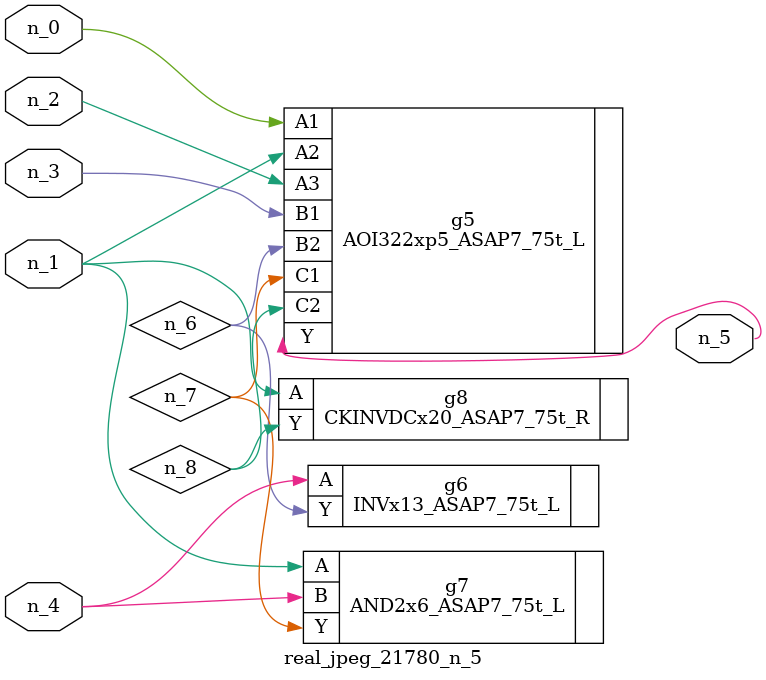
<source format=v>
module real_jpeg_21780_n_5 (n_4, n_0, n_1, n_2, n_3, n_5);

input n_4;
input n_0;
input n_1;
input n_2;
input n_3;

output n_5;

wire n_8;
wire n_6;
wire n_7;

AOI322xp5_ASAP7_75t_L g5 ( 
.A1(n_0),
.A2(n_1),
.A3(n_2),
.B1(n_3),
.B2(n_6),
.C1(n_7),
.C2(n_8),
.Y(n_5)
);

AND2x6_ASAP7_75t_L g7 ( 
.A(n_1),
.B(n_4),
.Y(n_7)
);

CKINVDCx20_ASAP7_75t_R g8 ( 
.A(n_1),
.Y(n_8)
);

INVx13_ASAP7_75t_L g6 ( 
.A(n_4),
.Y(n_6)
);


endmodule
</source>
